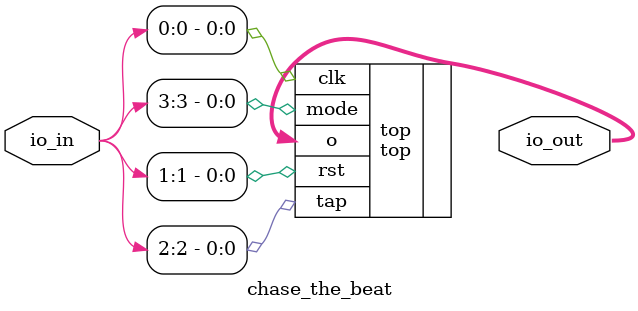
<source format=v>
module chase_the_beat (
  input [7:0] io_in,
  output [7:0] io_out
);
    top top(.o(io_out), .clk(io_in[0]), .rst(io_in[1]), .tap(io_in[2]), .mode(io_in[3]));
endmodule
</source>
